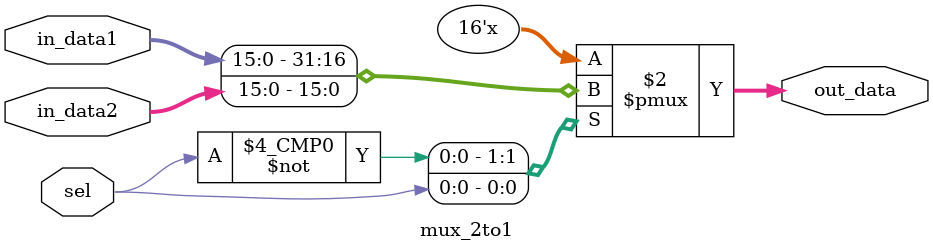
<source format=v>
module mux_2to1(in_data1,in_data2,sel,out_data);
input [15:0] in_data1;
input [15:0] in_data2;
input sel;
output reg [15:0] out_data;

always @(sel,in_data1,in_data2)
begin
case(sel)
1'b0:out_data=in_data1;
1'b1:out_data=in_data2;
default:out_data=16'b0;
endcase
end
endmodule

</source>
